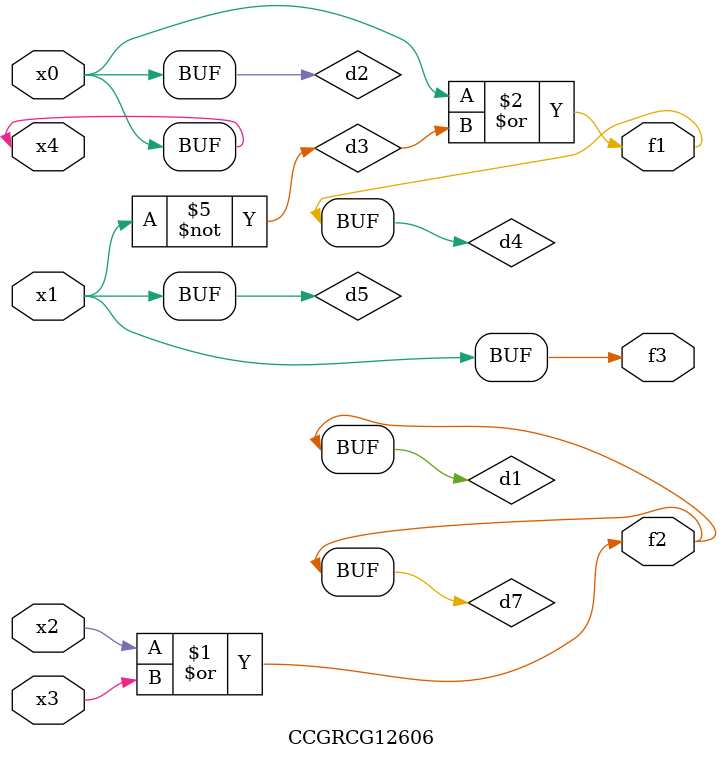
<source format=v>
module CCGRCG12606(
	input x0, x1, x2, x3, x4,
	output f1, f2, f3
);

	wire d1, d2, d3, d4, d5, d6, d7;

	or (d1, x2, x3);
	buf (d2, x0, x4);
	not (d3, x1);
	or (d4, d2, d3);
	not (d5, d3);
	nand (d6, d1, d3);
	or (d7, d1);
	assign f1 = d4;
	assign f2 = d7;
	assign f3 = d5;
endmodule

</source>
